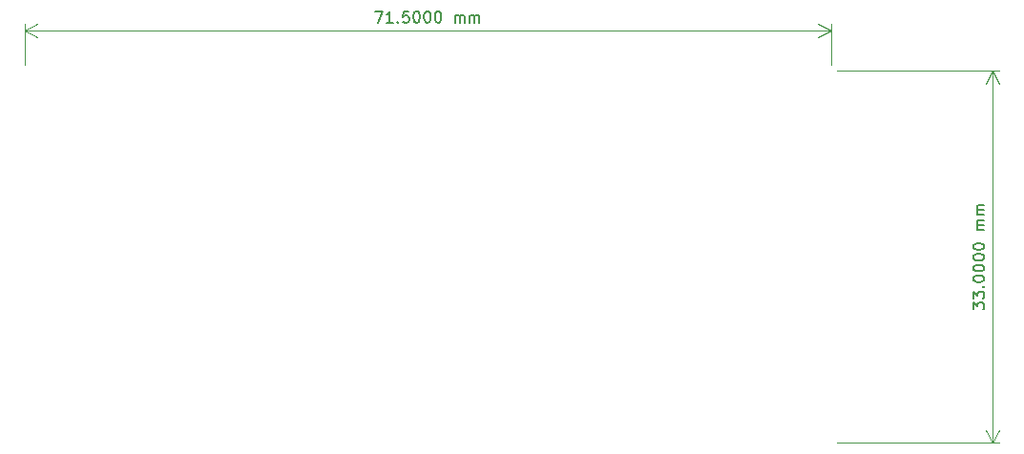
<source format=gbr>
%TF.GenerationSoftware,KiCad,Pcbnew,8.0.0*%
%TF.CreationDate,2024-03-17T15:10:11+09:00*%
%TF.ProjectId,USB-to-RS485-Converter-Small,5553422d-746f-42d5-9253-3438352d436f,1.0*%
%TF.SameCoordinates,Original*%
%TF.FileFunction,Other,Comment*%
%FSLAX46Y46*%
G04 Gerber Fmt 4.6, Leading zero omitted, Abs format (unit mm)*
G04 Created by KiCad (PCBNEW 8.0.0) date 2024-03-17 15:10:11*
%MOMM*%
%LPD*%
G01*
G04 APERTURE LIST*
%ADD10C,0.150000*%
%ADD11C,0.100000*%
G04 APERTURE END LIST*
D10*
X192804819Y-105254165D02*
X192804819Y-104635118D01*
X192804819Y-104635118D02*
X193185771Y-104968451D01*
X193185771Y-104968451D02*
X193185771Y-104825594D01*
X193185771Y-104825594D02*
X193233390Y-104730356D01*
X193233390Y-104730356D02*
X193281009Y-104682737D01*
X193281009Y-104682737D02*
X193376247Y-104635118D01*
X193376247Y-104635118D02*
X193614342Y-104635118D01*
X193614342Y-104635118D02*
X193709580Y-104682737D01*
X193709580Y-104682737D02*
X193757200Y-104730356D01*
X193757200Y-104730356D02*
X193804819Y-104825594D01*
X193804819Y-104825594D02*
X193804819Y-105111308D01*
X193804819Y-105111308D02*
X193757200Y-105206546D01*
X193757200Y-105206546D02*
X193709580Y-105254165D01*
X192804819Y-104301784D02*
X192804819Y-103682737D01*
X192804819Y-103682737D02*
X193185771Y-104016070D01*
X193185771Y-104016070D02*
X193185771Y-103873213D01*
X193185771Y-103873213D02*
X193233390Y-103777975D01*
X193233390Y-103777975D02*
X193281009Y-103730356D01*
X193281009Y-103730356D02*
X193376247Y-103682737D01*
X193376247Y-103682737D02*
X193614342Y-103682737D01*
X193614342Y-103682737D02*
X193709580Y-103730356D01*
X193709580Y-103730356D02*
X193757200Y-103777975D01*
X193757200Y-103777975D02*
X193804819Y-103873213D01*
X193804819Y-103873213D02*
X193804819Y-104158927D01*
X193804819Y-104158927D02*
X193757200Y-104254165D01*
X193757200Y-104254165D02*
X193709580Y-104301784D01*
X193709580Y-103254165D02*
X193757200Y-103206546D01*
X193757200Y-103206546D02*
X193804819Y-103254165D01*
X193804819Y-103254165D02*
X193757200Y-103301784D01*
X193757200Y-103301784D02*
X193709580Y-103254165D01*
X193709580Y-103254165D02*
X193804819Y-103254165D01*
X192804819Y-102587499D02*
X192804819Y-102492261D01*
X192804819Y-102492261D02*
X192852438Y-102397023D01*
X192852438Y-102397023D02*
X192900057Y-102349404D01*
X192900057Y-102349404D02*
X192995295Y-102301785D01*
X192995295Y-102301785D02*
X193185771Y-102254166D01*
X193185771Y-102254166D02*
X193423866Y-102254166D01*
X193423866Y-102254166D02*
X193614342Y-102301785D01*
X193614342Y-102301785D02*
X193709580Y-102349404D01*
X193709580Y-102349404D02*
X193757200Y-102397023D01*
X193757200Y-102397023D02*
X193804819Y-102492261D01*
X193804819Y-102492261D02*
X193804819Y-102587499D01*
X193804819Y-102587499D02*
X193757200Y-102682737D01*
X193757200Y-102682737D02*
X193709580Y-102730356D01*
X193709580Y-102730356D02*
X193614342Y-102777975D01*
X193614342Y-102777975D02*
X193423866Y-102825594D01*
X193423866Y-102825594D02*
X193185771Y-102825594D01*
X193185771Y-102825594D02*
X192995295Y-102777975D01*
X192995295Y-102777975D02*
X192900057Y-102730356D01*
X192900057Y-102730356D02*
X192852438Y-102682737D01*
X192852438Y-102682737D02*
X192804819Y-102587499D01*
X192804819Y-101635118D02*
X192804819Y-101539880D01*
X192804819Y-101539880D02*
X192852438Y-101444642D01*
X192852438Y-101444642D02*
X192900057Y-101397023D01*
X192900057Y-101397023D02*
X192995295Y-101349404D01*
X192995295Y-101349404D02*
X193185771Y-101301785D01*
X193185771Y-101301785D02*
X193423866Y-101301785D01*
X193423866Y-101301785D02*
X193614342Y-101349404D01*
X193614342Y-101349404D02*
X193709580Y-101397023D01*
X193709580Y-101397023D02*
X193757200Y-101444642D01*
X193757200Y-101444642D02*
X193804819Y-101539880D01*
X193804819Y-101539880D02*
X193804819Y-101635118D01*
X193804819Y-101635118D02*
X193757200Y-101730356D01*
X193757200Y-101730356D02*
X193709580Y-101777975D01*
X193709580Y-101777975D02*
X193614342Y-101825594D01*
X193614342Y-101825594D02*
X193423866Y-101873213D01*
X193423866Y-101873213D02*
X193185771Y-101873213D01*
X193185771Y-101873213D02*
X192995295Y-101825594D01*
X192995295Y-101825594D02*
X192900057Y-101777975D01*
X192900057Y-101777975D02*
X192852438Y-101730356D01*
X192852438Y-101730356D02*
X192804819Y-101635118D01*
X192804819Y-100682737D02*
X192804819Y-100587499D01*
X192804819Y-100587499D02*
X192852438Y-100492261D01*
X192852438Y-100492261D02*
X192900057Y-100444642D01*
X192900057Y-100444642D02*
X192995295Y-100397023D01*
X192995295Y-100397023D02*
X193185771Y-100349404D01*
X193185771Y-100349404D02*
X193423866Y-100349404D01*
X193423866Y-100349404D02*
X193614342Y-100397023D01*
X193614342Y-100397023D02*
X193709580Y-100444642D01*
X193709580Y-100444642D02*
X193757200Y-100492261D01*
X193757200Y-100492261D02*
X193804819Y-100587499D01*
X193804819Y-100587499D02*
X193804819Y-100682737D01*
X193804819Y-100682737D02*
X193757200Y-100777975D01*
X193757200Y-100777975D02*
X193709580Y-100825594D01*
X193709580Y-100825594D02*
X193614342Y-100873213D01*
X193614342Y-100873213D02*
X193423866Y-100920832D01*
X193423866Y-100920832D02*
X193185771Y-100920832D01*
X193185771Y-100920832D02*
X192995295Y-100873213D01*
X192995295Y-100873213D02*
X192900057Y-100825594D01*
X192900057Y-100825594D02*
X192852438Y-100777975D01*
X192852438Y-100777975D02*
X192804819Y-100682737D01*
X192804819Y-99730356D02*
X192804819Y-99635118D01*
X192804819Y-99635118D02*
X192852438Y-99539880D01*
X192852438Y-99539880D02*
X192900057Y-99492261D01*
X192900057Y-99492261D02*
X192995295Y-99444642D01*
X192995295Y-99444642D02*
X193185771Y-99397023D01*
X193185771Y-99397023D02*
X193423866Y-99397023D01*
X193423866Y-99397023D02*
X193614342Y-99444642D01*
X193614342Y-99444642D02*
X193709580Y-99492261D01*
X193709580Y-99492261D02*
X193757200Y-99539880D01*
X193757200Y-99539880D02*
X193804819Y-99635118D01*
X193804819Y-99635118D02*
X193804819Y-99730356D01*
X193804819Y-99730356D02*
X193757200Y-99825594D01*
X193757200Y-99825594D02*
X193709580Y-99873213D01*
X193709580Y-99873213D02*
X193614342Y-99920832D01*
X193614342Y-99920832D02*
X193423866Y-99968451D01*
X193423866Y-99968451D02*
X193185771Y-99968451D01*
X193185771Y-99968451D02*
X192995295Y-99920832D01*
X192995295Y-99920832D02*
X192900057Y-99873213D01*
X192900057Y-99873213D02*
X192852438Y-99825594D01*
X192852438Y-99825594D02*
X192804819Y-99730356D01*
X193804819Y-98206546D02*
X193138152Y-98206546D01*
X193233390Y-98206546D02*
X193185771Y-98158927D01*
X193185771Y-98158927D02*
X193138152Y-98063689D01*
X193138152Y-98063689D02*
X193138152Y-97920832D01*
X193138152Y-97920832D02*
X193185771Y-97825594D01*
X193185771Y-97825594D02*
X193281009Y-97777975D01*
X193281009Y-97777975D02*
X193804819Y-97777975D01*
X193281009Y-97777975D02*
X193185771Y-97730356D01*
X193185771Y-97730356D02*
X193138152Y-97635118D01*
X193138152Y-97635118D02*
X193138152Y-97492261D01*
X193138152Y-97492261D02*
X193185771Y-97397022D01*
X193185771Y-97397022D02*
X193281009Y-97349403D01*
X193281009Y-97349403D02*
X193804819Y-97349403D01*
X193804819Y-96873213D02*
X193138152Y-96873213D01*
X193233390Y-96873213D02*
X193185771Y-96825594D01*
X193185771Y-96825594D02*
X193138152Y-96730356D01*
X193138152Y-96730356D02*
X193138152Y-96587499D01*
X193138152Y-96587499D02*
X193185771Y-96492261D01*
X193185771Y-96492261D02*
X193281009Y-96444642D01*
X193281009Y-96444642D02*
X193804819Y-96444642D01*
X193281009Y-96444642D02*
X193185771Y-96397023D01*
X193185771Y-96397023D02*
X193138152Y-96301785D01*
X193138152Y-96301785D02*
X193138152Y-96158928D01*
X193138152Y-96158928D02*
X193185771Y-96063689D01*
X193185771Y-96063689D02*
X193281009Y-96016070D01*
X193281009Y-96016070D02*
X193804819Y-96016070D01*
D11*
X180687500Y-84087500D02*
X195086420Y-84087500D01*
X180687500Y-117087500D02*
X195086420Y-117087500D01*
X194500000Y-84087500D02*
X194500000Y-117087500D01*
X194500000Y-84087500D02*
X194500000Y-117087500D01*
X194500000Y-84087500D02*
X195086421Y-85214004D01*
X194500000Y-84087500D02*
X193913579Y-85214004D01*
X194500000Y-117087500D02*
X193913579Y-115960996D01*
X194500000Y-117087500D02*
X195086421Y-115960996D01*
D10*
X139770834Y-78804819D02*
X140437500Y-78804819D01*
X140437500Y-78804819D02*
X140008929Y-79804819D01*
X141342262Y-79804819D02*
X140770834Y-79804819D01*
X141056548Y-79804819D02*
X141056548Y-78804819D01*
X141056548Y-78804819D02*
X140961310Y-78947676D01*
X140961310Y-78947676D02*
X140866072Y-79042914D01*
X140866072Y-79042914D02*
X140770834Y-79090533D01*
X141770834Y-79709580D02*
X141818453Y-79757200D01*
X141818453Y-79757200D02*
X141770834Y-79804819D01*
X141770834Y-79804819D02*
X141723215Y-79757200D01*
X141723215Y-79757200D02*
X141770834Y-79709580D01*
X141770834Y-79709580D02*
X141770834Y-79804819D01*
X142723214Y-78804819D02*
X142247024Y-78804819D01*
X142247024Y-78804819D02*
X142199405Y-79281009D01*
X142199405Y-79281009D02*
X142247024Y-79233390D01*
X142247024Y-79233390D02*
X142342262Y-79185771D01*
X142342262Y-79185771D02*
X142580357Y-79185771D01*
X142580357Y-79185771D02*
X142675595Y-79233390D01*
X142675595Y-79233390D02*
X142723214Y-79281009D01*
X142723214Y-79281009D02*
X142770833Y-79376247D01*
X142770833Y-79376247D02*
X142770833Y-79614342D01*
X142770833Y-79614342D02*
X142723214Y-79709580D01*
X142723214Y-79709580D02*
X142675595Y-79757200D01*
X142675595Y-79757200D02*
X142580357Y-79804819D01*
X142580357Y-79804819D02*
X142342262Y-79804819D01*
X142342262Y-79804819D02*
X142247024Y-79757200D01*
X142247024Y-79757200D02*
X142199405Y-79709580D01*
X143389881Y-78804819D02*
X143485119Y-78804819D01*
X143485119Y-78804819D02*
X143580357Y-78852438D01*
X143580357Y-78852438D02*
X143627976Y-78900057D01*
X143627976Y-78900057D02*
X143675595Y-78995295D01*
X143675595Y-78995295D02*
X143723214Y-79185771D01*
X143723214Y-79185771D02*
X143723214Y-79423866D01*
X143723214Y-79423866D02*
X143675595Y-79614342D01*
X143675595Y-79614342D02*
X143627976Y-79709580D01*
X143627976Y-79709580D02*
X143580357Y-79757200D01*
X143580357Y-79757200D02*
X143485119Y-79804819D01*
X143485119Y-79804819D02*
X143389881Y-79804819D01*
X143389881Y-79804819D02*
X143294643Y-79757200D01*
X143294643Y-79757200D02*
X143247024Y-79709580D01*
X143247024Y-79709580D02*
X143199405Y-79614342D01*
X143199405Y-79614342D02*
X143151786Y-79423866D01*
X143151786Y-79423866D02*
X143151786Y-79185771D01*
X143151786Y-79185771D02*
X143199405Y-78995295D01*
X143199405Y-78995295D02*
X143247024Y-78900057D01*
X143247024Y-78900057D02*
X143294643Y-78852438D01*
X143294643Y-78852438D02*
X143389881Y-78804819D01*
X144342262Y-78804819D02*
X144437500Y-78804819D01*
X144437500Y-78804819D02*
X144532738Y-78852438D01*
X144532738Y-78852438D02*
X144580357Y-78900057D01*
X144580357Y-78900057D02*
X144627976Y-78995295D01*
X144627976Y-78995295D02*
X144675595Y-79185771D01*
X144675595Y-79185771D02*
X144675595Y-79423866D01*
X144675595Y-79423866D02*
X144627976Y-79614342D01*
X144627976Y-79614342D02*
X144580357Y-79709580D01*
X144580357Y-79709580D02*
X144532738Y-79757200D01*
X144532738Y-79757200D02*
X144437500Y-79804819D01*
X144437500Y-79804819D02*
X144342262Y-79804819D01*
X144342262Y-79804819D02*
X144247024Y-79757200D01*
X144247024Y-79757200D02*
X144199405Y-79709580D01*
X144199405Y-79709580D02*
X144151786Y-79614342D01*
X144151786Y-79614342D02*
X144104167Y-79423866D01*
X144104167Y-79423866D02*
X144104167Y-79185771D01*
X144104167Y-79185771D02*
X144151786Y-78995295D01*
X144151786Y-78995295D02*
X144199405Y-78900057D01*
X144199405Y-78900057D02*
X144247024Y-78852438D01*
X144247024Y-78852438D02*
X144342262Y-78804819D01*
X145294643Y-78804819D02*
X145389881Y-78804819D01*
X145389881Y-78804819D02*
X145485119Y-78852438D01*
X145485119Y-78852438D02*
X145532738Y-78900057D01*
X145532738Y-78900057D02*
X145580357Y-78995295D01*
X145580357Y-78995295D02*
X145627976Y-79185771D01*
X145627976Y-79185771D02*
X145627976Y-79423866D01*
X145627976Y-79423866D02*
X145580357Y-79614342D01*
X145580357Y-79614342D02*
X145532738Y-79709580D01*
X145532738Y-79709580D02*
X145485119Y-79757200D01*
X145485119Y-79757200D02*
X145389881Y-79804819D01*
X145389881Y-79804819D02*
X145294643Y-79804819D01*
X145294643Y-79804819D02*
X145199405Y-79757200D01*
X145199405Y-79757200D02*
X145151786Y-79709580D01*
X145151786Y-79709580D02*
X145104167Y-79614342D01*
X145104167Y-79614342D02*
X145056548Y-79423866D01*
X145056548Y-79423866D02*
X145056548Y-79185771D01*
X145056548Y-79185771D02*
X145104167Y-78995295D01*
X145104167Y-78995295D02*
X145151786Y-78900057D01*
X145151786Y-78900057D02*
X145199405Y-78852438D01*
X145199405Y-78852438D02*
X145294643Y-78804819D01*
X146818453Y-79804819D02*
X146818453Y-79138152D01*
X146818453Y-79233390D02*
X146866072Y-79185771D01*
X146866072Y-79185771D02*
X146961310Y-79138152D01*
X146961310Y-79138152D02*
X147104167Y-79138152D01*
X147104167Y-79138152D02*
X147199405Y-79185771D01*
X147199405Y-79185771D02*
X147247024Y-79281009D01*
X147247024Y-79281009D02*
X147247024Y-79804819D01*
X147247024Y-79281009D02*
X147294643Y-79185771D01*
X147294643Y-79185771D02*
X147389881Y-79138152D01*
X147389881Y-79138152D02*
X147532738Y-79138152D01*
X147532738Y-79138152D02*
X147627977Y-79185771D01*
X147627977Y-79185771D02*
X147675596Y-79281009D01*
X147675596Y-79281009D02*
X147675596Y-79804819D01*
X148151786Y-79804819D02*
X148151786Y-79138152D01*
X148151786Y-79233390D02*
X148199405Y-79185771D01*
X148199405Y-79185771D02*
X148294643Y-79138152D01*
X148294643Y-79138152D02*
X148437500Y-79138152D01*
X148437500Y-79138152D02*
X148532738Y-79185771D01*
X148532738Y-79185771D02*
X148580357Y-79281009D01*
X148580357Y-79281009D02*
X148580357Y-79804819D01*
X148580357Y-79281009D02*
X148627976Y-79185771D01*
X148627976Y-79185771D02*
X148723214Y-79138152D01*
X148723214Y-79138152D02*
X148866071Y-79138152D01*
X148866071Y-79138152D02*
X148961310Y-79185771D01*
X148961310Y-79185771D02*
X149008929Y-79281009D01*
X149008929Y-79281009D02*
X149008929Y-79804819D01*
D11*
X180187500Y-83587500D02*
X180187500Y-79913580D01*
X108687500Y-83587500D02*
X108687500Y-79913580D01*
X180187500Y-80500000D02*
X108687500Y-80500000D01*
X180187500Y-80500000D02*
X108687500Y-80500000D01*
X180187500Y-80500000D02*
X179060996Y-81086421D01*
X180187500Y-80500000D02*
X179060996Y-79913579D01*
X108687500Y-80500000D02*
X109814004Y-79913579D01*
X108687500Y-80500000D02*
X109814004Y-81086421D01*
M02*

</source>
